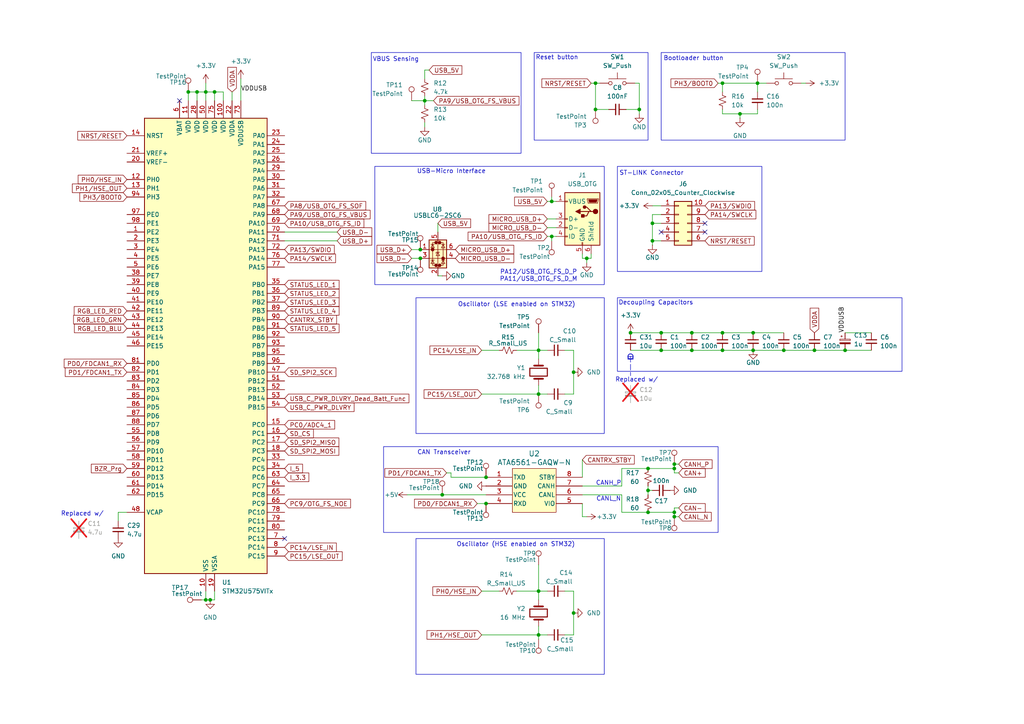
<source format=kicad_sch>
(kicad_sch (version 20250114) (generator "eeschema") (generator_version "9.0")
  (paper "A4")
  (rectangle (start 154.94 15.24) (end 187.96 40.64))
  (arc (start 182.88 102.616) (mid 183.4188 102.8392) (end 183.642 103.378))
  (rectangle (start 301.752 153.162) (end 368.554 210.566))
  (rectangle (start 120.65 86.36) (end 175.26 125.73))
  (rectangle (start 314.198 14.986) (end 346.202 34.798))
  (arc (start 182.118 103.378) (mid 182.3412 102.8392) (end 182.88 102.616))
  (rectangle (start 314.452 35.56) (end 346.964 94.996))
  (rectangle (start 111.252 129.54) (end 208.28 154.432))
  (rectangle (start 182.118 103.378) (end 183.642 104.14) (fill (type color)))
  (rectangle (start 108.712 48.26) (end 175.26 82.55))
  (rectangle (start 179.07 48.26) (end 220.98 78.74))
  (rectangle (start 179.07 86.36) (end 261.62 107.696))
  (rectangle (start 301.244 -11.938) (end 355.346 13.97))
  (rectangle (start 107.696 15.24) (end 151.13 44.45))
  (circle (center 182.88 103.378) (radius 0.7184) (fill (type color)))
  (rectangle (start 120.65 156.21) (end 175.26 195.58))
  (rectangle (start 191.77 15.24) (end 245.11 40.64))
  (text "USB-C Number" (at 313.944 159.004 0) (effects (font (size 2.032 2.032) (italic yes))))
  (text "CAN Transceiver" (at 128.778 131.318 0) (effects (font (size 1.27 1.27))))
  (text "VBUS Sensing" (at 114.808 17.272 0) (effects (font (size 1.27 1.27))))
  (text "Radio SPI" (at 324.485 42.545 0) (effects (font (size 1.27 1.27) (italic yes)) (justify right bottom)))
  (text "USB-Micro Interface" (at 120.904 49.784 0) (effects (font (size 1.27 1.27)) (justify left)))
  (text "Switch Part Number" (at 316.992 -5.842 0) (effects (font (size 2.032 2.032) (italic yes))))
  (text "USB-C Connector" (at 319.278 155.702 0) (effects (font (size 2.54 2.54) (thickness 0.508) (bold yes))))
  (text "Reset button" (at 161.544 16.764 0) (effects (font (size 1.27 1.27))))
  (text "CANL_N" (at 176.53 144.78 0) (effects (font (size 1.27 1.27))))
  (text "Bootloader button" (at 201.168 17.018 0) (effects (font (size 1.27 1.27))))
  (text "Replaced w/" (at 23.876 149.098 0) (effects (font (size 1.27 1.27))))
  (text "ST-LINK Connector" (at 188.976 50.292 0) (effects (font (size 1.27 1.27))))
  (text "Chip Selects" (at 327.025 64.135 0) (effects (font (size 1.27 1.27) (italic yes)) (justify right bottom)))
  (text "CANH_P" (at 176.53 140.208 0) (effects (font (size 1.27 1.27))))
  (text "Decoupling Capacitors" (at 190.246 87.884 0) (effects (font (size 1.27 1.27))))
  (text "Debugging Use Only" (at 314.325 21.59 0) (effects (font (size 2 2) (italic yes)) (justify left bottom)))
  (text "Physical control for entire board stack" (at 336.042 12.7 0) (effects (font (size 1.27 1.27) (italic yes))))
  (text "Much doubt surrounds this." (at 349.504 193.294 0) (effects (font (size 1.27 1.27) (italic yes))))
  (text "Kill Switch for Board" (at 321.818 -9.398 0) (effects (font (size 2.54 2.54) (thickness 0.508) (bold yes))))
  (text "Power Supply Pins" (at 314.325 18.415 0) (effects (font (size 2 2) (thickness 0.4) (bold yes)) (justify left bottom)))
  (text "PA12/USB_OTG_FS_D_P" (at 156.21 78.994 0) (effects (font (size 1.27 1.27))))
  (text "PA11/USB_OTG_FS_D_M" (at 156.21 81.026 0) (effects (font (size 1.27 1.27))))
  (text "Replaced w/" (at 184.658 110.236 0) (effects (font (size 1.27 1.27))))
  (text "Radio I2C" (at 324.485 54.61 0) (effects (font (size 1.27 1.27) (italic yes)) (justify right bottom)))
  (text "BOOT/PWR Selects" (at 332.994 71.628 0) (effects (font (size 1.27 1.27) (italic yes)) (justify right bottom)))
  (text "Oscillator (HSE enabled on STM32)" (at 149.606 157.988 0) (effects (font (size 1.27 1.27))))
  (text "Oscillator (LSE enabled on STM32)" (at 149.86 88.392 0) (effects (font (size 1.27 1.27))))
  (text "Implement?\n" (at 327.914 -13.462 0) (effects (font (size 1.27 1.27) (italic yes))))
  (text "Debug Pins" (at 314.96 39.37 0) (effects (font (size 2 2) (thickness 0.4) (bold yes)) (justify left bottom)))
  (text "ESD Protection\n" (at 361.188 209.804 0) (effects (font (size 1.27 1.27) (italic yes))))
  (junction (at 189.23 69.85))
  (junction (at 335.28 186.69))
  (junction (at 156.21 114.3))
  (junction (at 187.96 142.24))
  (junction (at 187.96 148.59))
  (junction (at 121.92 74.93))
  (junction (at 209.55 101.6))
  (junction (at 335.28 184.15))
  (junction (at 342.9 176.53))
  (junction (at 170.18 74.93))
  (junction (at 156.21 101.6))
  (junction (at 160.02 58.42))
  (junction (at 245.11 101.6))
  (junction (at 187.96 135.89))
  (junction (at 200.66 101.6))
  (junction (at 156.21 184.15))
  (junction (at 59.69 26.67))
  (junction (at 191.77 96.52))
  (junction (at 195.58 134.62))
  (junction (at 60.96 173.99))
  (junction (at 59.69 173.99))
  (junction (at 200.66 96.52))
  (junction (at 166.37 177.8))
  (junction (at 209.55 24.13))
  (junction (at 191.77 101.6))
  (junction (at 57.15 26.67))
  (junction (at 128.27 143.51))
  (junction (at 218.44 101.6))
  (junction (at 349.25 200.66))
  (junction (at 156.21 171.45))
  (junction (at 172.72 24.13))
  (junction (at 214.63 33.02))
  (junction (at 218.44 96.52))
  (junction (at 227.33 101.6))
  (junction (at 195.58 135.89))
  (junction (at 318.77 2.54))
  (junction (at 172.72 31.75))
  (junction (at 62.23 26.67))
  (junction (at 236.22 101.6))
  (junction (at 189.23 64.77))
  (junction (at 219.71 24.13))
  (junction (at 123.19 29.21))
  (junction (at 195.58 149.86))
  (junction (at 166.37 107.95))
  (junction (at 140.97 138.43))
  (junction (at 182.88 96.52))
  (junction (at 140.97 146.05))
  (junction (at 195.58 148.59))
  (junction (at 344.17 168.91))
  (junction (at 209.55 96.52))
  (junction (at 54.61 26.67))
  (junction (at 317.5 208.28))
  (junction (at 185.42 31.75))
  (junction (at 121.92 72.39))
  (junction (at 349.25 168.91))
  (junction (at 331.47 2.54))
  (junction (at 160.02 68.58))
  (no_connect (at 204.47 64.77))
  (no_connect (at 82.55 156.21))
  (no_connect (at 191.77 67.31))
  (no_connect (at 52.07 29.21))
  (no_connect (at 204.47 67.31))
  (wire (pts (xy 214.63 33.02) (xy 209.55 33.02)))
  (wire (pts (xy 161.29 63.5) (xy 158.75 63.5)))
  (wire (pts (xy 62.23 26.67) (xy 62.23 29.21)))
  (wire (pts (xy 172.72 24.13) (xy 172.72 31.75)))
  (wire (pts (xy 34.29 148.59) (xy 34.29 151.13)))
  (wire (pts (xy 350.52 200.66) (xy 349.25 200.66)))
  (wire (pts (xy 166.37 114.3) (xy 163.83 114.3)))
  (wire (pts (xy 59.69 173.99) (xy 60.96 173.99)))
  (wire (pts (xy 185.42 33.02) (xy 185.42 31.75)))
  (wire (pts (xy 332.74 181.61) (xy 335.28 181.61)))
  (wire (pts (xy 160.02 69.85) (xy 160.02 68.58)))
  (wire (pts (xy 170.18 149.86) (xy 168.91 149.86)))
  (wire (pts (xy 219.71 33.02) (xy 219.71 31.75)))
  (wire (pts (xy 335.28 58.42) (xy 339.09 58.42)))
  (wire (pts (xy 138.43 146.05) (xy 140.97 146.05)))
  (wire (pts (xy 166.37 184.15) (xy 163.83 184.15)))
  (wire (pts (xy 58.42 173.99) (xy 59.69 173.99)))
  (wire (pts (xy 334.01 173.99) (xy 332.74 173.99)))
  (wire (pts (xy 170.18 74.93) (xy 171.45 74.93)))
  (wire (pts (xy 168.91 143.51) (xy 180.34 143.51)))
  (wire (pts (xy 187.96 140.97) (xy 187.96 142.24)))
  (wire (pts (xy 123.19 35.56) (xy 123.19 36.83)))
  (wire (pts (xy 123.19 27.94) (xy 123.19 29.21)))
  (wire (pts (xy 330.2 85.09) (xy 339.09 85.09)))
  (wire (pts (xy 344.17 168.91) (xy 349.25 168.91)))
  (wire (pts (xy 309.88 208.28) (xy 317.5 208.28)))
  (wire (pts (xy 328.93 30.48) (xy 330.2 30.48)))
  (wire (pts (xy 57.15 26.67) (xy 57.15 29.21)))
  (wire (pts (xy 227.33 101.6) (xy 236.22 101.6)))
  (wire (pts (xy 337.82 73.66) (xy 337.82 74.93)))
  (wire (pts (xy 119.38 29.21) (xy 123.19 29.21)))
  (wire (pts (xy 160.02 68.58) (xy 158.75 68.58)))
  (wire (pts (xy 341.63 173.99) (xy 342.9 173.99)))
  (wire (pts (xy 139.7 114.3) (xy 156.21 114.3)))
  (wire (pts (xy 161.29 66.04) (xy 158.75 66.04)))
  (wire (pts (xy 185.42 31.75) (xy 185.42 24.13)))
  (wire (pts (xy 332.74 184.15) (xy 335.28 184.15)))
  (wire (pts (xy 336.55 2.54) (xy 331.47 2.54)))
  (wire (pts (xy 119.38 72.39) (xy 121.92 72.39)))
  (wire (pts (xy 187.96 148.59) (xy 195.58 148.59)))
  (wire (pts (xy 189.23 64.77) (xy 189.23 69.85)))
  (wire (pts (xy 335.28 184.15) (xy 344.17 184.15)))
  (wire (pts (xy 156.21 111.76) (xy 156.21 114.3)))
  (wire (pts (xy 149.86 171.45) (xy 156.21 171.45)))
  (wire (pts (xy 195.58 149.86) (xy 195.58 148.59)))
  (wire (pts (xy 219.71 24.13) (xy 219.71 26.67)))
  (wire (pts (xy 200.66 96.52) (xy 209.55 96.52)))
  (wire (pts (xy 191.77 62.23) (xy 189.23 62.23)))
  (wire (pts (xy 189.23 71.12) (xy 189.23 69.85)))
  (wire (pts (xy 123.19 29.21) (xy 125.73 29.21)))
  (wire (pts (xy 168.91 74.93) (xy 170.18 74.93)))
  (wire (pts (xy 156.21 173.99) (xy 156.21 171.45)))
  (wire (pts (xy 172.72 24.13) (xy 173.99 24.13)))
  (wire (pts (xy 209.55 96.52) (xy 218.44 96.52)))
  (wire (pts (xy 156.21 184.15) (xy 158.75 184.15)))
  (wire (pts (xy 62.23 173.99) (xy 62.23 171.45)))
  (wire (pts (xy 317.5 208.28) (xy 317.5 207.01)))
  (wire (pts (xy 156.21 171.45) (xy 158.75 171.45)))
  (wire (pts (xy 195.58 134.62) (xy 195.58 135.89)))
  (wire (pts (xy 64.77 26.67) (xy 64.77 29.21)))
  (wire (pts (xy 130.81 137.16) (xy 130.81 138.43)))
  (wire (pts (xy 54.61 26.67) (xy 54.61 29.21)))
  (wire (pts (xy 54.61 26.67) (xy 57.15 26.67)))
  (wire (pts (xy 69.85 22.86) (xy 69.85 29.21)))
  (polyline (pts (xy 182.118 104.14) (xy 182.88 104.14)))
  (wire (pts (xy 161.29 58.42) (xy 160.02 58.42)))
  (wire (pts (xy 335.28 67.31) (xy 339.09 67.31)))
  (wire (pts (xy 335.28 55.88) (xy 339.09 55.88)))
  (wire (pts (xy 208.28 24.13) (xy 209.55 24.13)))
  (wire (pts (xy 67.31 26.67) (xy 67.31 29.21)))
  (polyline (pts (xy 182.372 104.14) (xy 183.134 104.14)))
  (wire (pts (xy 335.28 189.23) (xy 332.74 189.23)))
  (polyline (pts (xy 183.134 104.14) (xy 183.642 104.14)))
  (wire (pts (xy 335.28 186.69) (xy 344.17 186.69)))
  (wire (pts (xy 209.55 24.13) (xy 209.55 26.67)))
  (wire (pts (xy 209.55 24.13) (xy 219.71 24.13)))
  (wire (pts (xy 214.63 33.02) (xy 214.63 34.29)))
  (polyline (pts (xy 182.88 103.378) (xy 182.88 108.966)) (stroke (width 0) (type dash)))
  (wire (pts (xy 332.74 186.69) (xy 335.28 186.69)))
  (wire (pts (xy 218.44 96.52) (xy 227.33 96.52)))
  (wire (pts (xy 318.77 2.54) (xy 320.04 2.54)))
  (wire (pts (xy 187.96 142.24) (xy 187.96 143.51)))
  (wire (pts (xy 245.11 96.52) (xy 252.73 96.52)))
  (wire (pts (xy 195.58 147.32) (xy 196.85 147.32)))
  (wire (pts (xy 123.19 29.21) (xy 123.19 30.48)))
  (wire (pts (xy 331.47 80.01) (xy 339.09 80.01)))
  (wire (pts (xy 218.44 101.6) (xy 227.33 101.6)))
  (wire (pts (xy 350.52 168.91) (xy 349.25 168.91)))
  (wire (pts (xy 337.82 90.17) (xy 339.09 90.17)))
  (wire (pts (xy 156.21 96.52) (xy 156.21 101.6)))
  (wire (pts (xy 166.37 171.45) (xy 166.37 177.8)))
  (wire (pts (xy 335.28 49.53) (xy 339.09 49.53)))
  (wire (pts (xy 180.34 148.59) (xy 187.96 148.59)))
  (wire (pts (xy 191.77 101.6) (xy 200.66 101.6)))
  (wire (pts (xy 189.23 62.23) (xy 189.23 64.77)))
  (wire (pts (xy 57.15 26.67) (xy 59.69 26.67)))
  (wire (pts (xy 36.83 148.59) (xy 34.29 148.59)))
  (wire (pts (xy 236.22 101.6) (xy 245.11 101.6)))
  (wire (pts (xy 309.88 207.01) (xy 309.88 208.28)))
  (wire (pts (xy 166.37 107.95) (xy 166.37 114.3)))
  (wire (pts (xy 149.86 101.6) (xy 156.21 101.6)))
  (wire (pts (xy 209.55 33.02) (xy 209.55 31.75)))
  (wire (pts (xy 354.33 184.15) (xy 355.6 184.15)))
  (wire (pts (xy 196.85 137.16) (xy 195.58 137.16)))
  (wire (pts (xy 62.23 26.67) (xy 64.77 26.67)))
  (wire (pts (xy 156.21 114.3) (xy 158.75 114.3)))
  (wire (pts (xy 139.7 101.6) (xy 144.78 101.6)))
  (wire (pts (xy 156.21 104.14) (xy 156.21 101.6)))
  (wire (pts (xy 359.41 168.91) (xy 358.14 168.91)))
  (wire (pts (xy 59.69 26.67) (xy 59.69 29.21)))
  (wire (pts (xy 171.45 24.13) (xy 172.72 24.13)))
  (wire (pts (xy 156.21 181.61) (xy 156.21 184.15)))
  (wire (pts (xy 182.88 96.52) (xy 191.77 96.52)))
  (wire (pts (xy 344.17 168.91) (xy 344.17 160.02)))
  (wire (pts (xy 128.27 143.51) (xy 140.97 143.51)))
  (wire (pts (xy 180.34 140.97) (xy 180.34 135.89)))
  (wire (pts (xy 332.74 168.91) (xy 344.17 168.91)))
  (wire (pts (xy 195.58 137.16) (xy 195.58 135.89)))
  (wire (pts (xy 191.77 96.52) (xy 200.66 96.52)))
  (wire (pts (xy 344.17 2.54) (xy 346.71 2.54)))
  (wire (pts (xy 181.61 31.75) (xy 185.42 31.75)))
  (wire (pts (xy 331.47 77.47) (xy 339.09 77.47)))
  (wire (pts (xy 328.93 5.08) (xy 331.47 5.08)))
  (wire (pts (xy 189.23 64.77) (xy 191.77 64.77)))
  (wire (pts (xy 156.21 101.6) (xy 158.75 101.6)))
  (wire (pts (xy 318.77 5.08) (xy 321.31 5.08)))
  (wire (pts (xy 214.63 33.02) (xy 219.71 33.02)))
  (wire (pts (xy 128.27 80.01) (xy 127 80.01)))
  (wire (pts (xy 306.07 2.54) (xy 318.77 2.54)))
  (wire (pts (xy 245.11 101.6) (xy 252.73 101.6)))
  (wire (pts (xy 168.91 133.35) (xy 168.91 138.43)))
  (wire (pts (xy 168.91 73.66) (xy 168.91 74.93)))
  (wire (pts (xy 97.79 69.85) (xy 82.55 69.85)))
  (wire (pts (xy 163.83 101.6) (xy 166.37 101.6)))
  (wire (pts (xy 97.79 67.31) (xy 82.55 67.31)))
  (wire (pts (xy 130.81 138.43) (xy 140.97 138.43)))
  (wire (pts (xy 342.9 177.8) (xy 342.9 176.53)))
  (wire (pts (xy 189.23 59.69) (xy 191.77 59.69)))
  (wire (pts (xy 341.63 176.53) (xy 342.9 176.53)))
  (wire (pts (xy 189.23 69.85) (xy 191.77 69.85)))
  (wire (pts (xy 349.25 200.66) (xy 349.25 191.77)))
  (wire (pts (xy 180.34 143.51) (xy 180.34 148.59)))
  (wire (pts (xy 337.82 92.71) (xy 339.09 92.71)))
  (wire (pts (xy 163.83 171.45) (xy 166.37 171.45)))
  (wire (pts (xy 127 64.77) (xy 127 67.31)))
  (wire (pts (xy 180.34 135.89) (xy 187.96 135.89)))
  (wire (pts (xy 354.33 186.69) (xy 355.6 186.69)))
  (wire (pts (xy 185.42 24.13) (xy 184.15 24.13)))
  (wire (pts (xy 187.96 142.24) (xy 189.23 142.24)))
  (wire (pts (xy 331.47 2.54) (xy 331.47 5.08)))
  (wire (pts (xy 209.55 101.6) (xy 218.44 101.6)))
  (wire (pts (xy 317.5 208.28) (xy 349.25 208.28)))
  (wire (pts (xy 342.9 173.99) (xy 342.9 176.53)))
  (wire (pts (xy 168.91 149.86) (xy 168.91 146.05)))
  (wire (pts (xy 156.21 163.83) (xy 156.21 171.45)))
  (wire (pts (xy 331.47 2.54) (xy 330.2 2.54)))
  (wire (pts (xy 349.25 208.28) (xy 349.25 200.66)))
  (wire (pts (xy 119.38 74.93) (xy 121.92 74.93)))
  (wire (pts (xy 332.74 87.63) (xy 339.09 87.63)))
  (wire (pts (xy 59.69 171.45) (xy 59.69 173.99)))
  (wire (pts (xy 156.21 185.42) (xy 156.21 184.15)))
  (wire (pts (xy 195.58 135.89) (xy 187.96 135.89)))
  (wire (pts (xy 336.55 73.66) (xy 337.82 73.66)))
  (wire (pts (xy 195.58 147.32) (xy 195.58 148.59)))
  (wire (pts (xy 335.28 44.45) (xy 339.09 44.45)))
  (wire (pts (xy 232.41 24.13) (xy 233.68 24.13)))
  (wire (pts (xy 166.37 177.8) (xy 166.37 184.15)))
  (wire (pts (xy 170.18 74.93) (xy 170.18 76.2)))
  (wire (pts (xy 139.7 184.15) (xy 156.21 184.15)))
  (wire (pts (xy 335.28 46.99) (xy 339.09 46.99)))
  (wire (pts (xy 328.93 33.02) (xy 330.2 33.02)))
  (wire (pts (xy 337.82 74.93) (xy 339.09 74.93)))
  (wire (pts (xy 349.25 179.07) (xy 349.25 168.91)))
  (wire (pts (xy 118.11 143.51) (xy 128.27 143.51)))
  (wire (pts (xy 161.29 68.58) (xy 160.02 68.58)))
  (wire (pts (xy 196.85 149.86) (xy 195.58 149.86)))
  (wire (pts (xy 129.54 137.16) (xy 130.81 137.16)))
  (wire (pts (xy 60.96 173.99) (xy 62.23 173.99)))
  (wire (pts (xy 328.93 27.94) (xy 330.2 27.94)))
  (wire (pts (xy 168.91 140.97) (xy 180.34 140.97)))
  (wire (pts (xy 335.28 186.69) (xy 335.28 189.23)))
  (wire (pts (xy 124.46 20.32) (xy 123.19 20.32)))
  (wire (pts (xy 331.47 82.55) (xy 339.09 82.55)))
  (wire (pts (xy 166.37 101.6) (xy 166.37 107.95)))
  (wire (pts (xy 171.45 74.93) (xy 171.45 73.66)))
  (wire (pts (xy 334.01 176.53) (xy 332.74 176.53)))
  (wire (pts (xy 335.28 181.61) (xy 335.28 184.15)))
  (wire (pts (xy 160.02 58.42) (xy 158.75 58.42)))
  (wire (pts (xy 200.66 101.6) (xy 209.55 101.6)))
  (wire (pts (xy 160.02 57.15) (xy 160.02 58.42)))
  (wire (pts (xy 59.69 24.13) (xy 59.69 26.67)))
  (wire (pts (xy 318.77 2.54) (xy 318.77 5.08)))
  (wire (pts (xy 182.88 101.6) (xy 191.77 101.6)))
  (wire (pts (xy 196.85 134.62) (xy 195.58 134.62)))
  (wire (pts (xy 328.93 25.4) (xy 330.2 25.4)))
  (wire (pts (xy 139.7 171.45) (xy 144.78 171.45)))
  (wire (pts (xy 59.69 26.67) (xy 62.23 26.67)))
  (wire (pts (xy 172.72 31.75) (xy 176.53 31.75)))
  (wire (pts (xy 123.19 20.32) (xy 123.19 22.86)))
  (wire (pts (xy 219.71 24.13) (xy 222.25 24.13)))
  (label "BOOT0" (at 331.47 77.47 0))
  (label "HSE_IN" (at 331.47 82.55 0))
  (label "HSE_OUT" (at 330.2 85.09 0))
  (label "VDDUSB" (at 69.85 26.67 0))
  (label "VDDUSB" (at 245.11 96.52 90))
  (global_label "USB_C_PWR_DLVRY_Dead_Batt_Func" (shape input) (at 82.55 115.57 0) (property "Intersheetrefs" "${INTERSHEET_REFS}" (effects (hide yes))))
  (global_label "MICRO_USB_D-" (shape input) (at 158.75 66.04 180) (property "Intersheetrefs" "${INTERSHEET_REFS}" (effects (hide yes))))
  (global_label "PA10{slash}USB_OTG_FS_ID" (shape input) (at 82.55 64.77 0) (property "Intersheetrefs" "${INTERSHEET_REFS}" (effects (hide yes))))
  (global_label "PH0{slash}HSE_IN" (shape input) (at 36.83 52.07 180) (property "Intersheetrefs" "${INTERSHEET_REFS}" (effects (hide yes))))
  (global_label "~{RESET}" (shape input) (at 336.55 73.66 180) (property "Intersheetrefs" "${INTERSHEET_REFS}" (effects (hide yes))))
  (global_label "PA8{slash}USB_OTG_FS_SOF" (shape input) (at 82.55 59.69 0) (property "Intersheetrefs" "${INTERSHEET_REFS}" (effects (hide yes))))
  (global_label "NRST{slash}RESET" (shape input) (at 36.83 39.37 180) (property "Intersheetrefs" "${INTERSHEET_REFS}" (effects (hide yes))))
  (global_label "STATUS_LED_4" (shape input) (at 82.55 90.17 0) (property "Intersheetrefs" "${INTERSHEET_REFS}" (effects (hide yes))))
  (global_label "PA14{slash}SWCLK" (shape input) (at 204.47 62.23 0) (property "Intersheetrefs" "${INTERSHEET_REFS}" (effects (hide yes))))
  (global_label "RGB_LED_BLU" (shape input) (at 36.83 95.25 180) (property "Intersheetrefs" "${INTERSHEET_REFS}" (effects (hide yes))))
  (global_label "PD0{slash}FDCAN1_RX" (shape input) (at 138.43 146.05 180) (property "Intersheetrefs" "${INTERSHEET_REFS}" (effects (hide yes))))
  (global_label "PH3{slash}BOOT0" (shape input) (at 208.28 24.13 180) (property "Intersheetrefs" "${INTERSHEET_REFS}" (effects (hide yes))))
  (global_label "NRST{slash}RESET" (shape input) (at 171.45 24.13 180) (property "Intersheetrefs" "${INTERSHEET_REFS}" (effects (hide yes))))
  (global_label "I_5" (shape input) (at 82.55 135.89 0) (property "Intersheetrefs" "${INTERSHEET_REFS}" (effects (hide yes))))
  (global_label "USB_D+" (shape input) (at 119.38 72.39 180) (property "Intersheetrefs" "${INTERSHEET_REFS}" (effects (hide yes))))
  (global_label "USB_5V" (shape input) (at 127 64.77 0) (property "Intersheetrefs" "${INTERSHEET_REFS}" (effects (hide yes))))
  (global_label "USB_C_D-" (shape input) (at 355.6 184.15 0) (property "Intersheetrefs" "${INTERSHEET_REFS}" (effects (hide yes))))
  (global_label "PH0{slash}HSE_IN" (shape input) (at 139.7 171.45 180) (property "Intersheetrefs" "${INTERSHEET_REFS}" (effects (hide yes))))
  (global_label "SD_SPI2_SCK" (shape input) (at 82.55 107.95 0) (property "Intersheetrefs" "${INTERSHEET_REFS}" (effects (hide yes))))
  (global_label "VDDA" (shape input) (at 67.31 26.67 90) (property "Intersheetrefs" "${INTERSHEET_REFS}" (effects (hide yes))))
  (global_label "MICRO_USB_D+" (shape input) (at 158.75 63.5 180) (property "Intersheetrefs" "${INTERSHEET_REFS}" (effects (hide yes))))
  (global_label "PD1{slash}FDCAN1_TX" (shape input) (at 129.54 137.16 180) (property "Intersheetrefs" "${INTERSHEET_REFS}" (effects (hide yes))))
  (global_label "PC15{slash}LSE_OUT" (shape input) (at 82.55 161.29 0) (property "Intersheetrefs" "${INTERSHEET_REFS}" (effects (hide yes))))
  (global_label "CAN-" (shape input) (at 196.85 147.32 0) (property "Intersheetrefs" "${INTERSHEET_REFS}" (effects (hide yes))))
  (global_label "STATUS_LED_1" (shape input) (at 82.55 82.55 0) (property "Intersheetrefs" "${INTERSHEET_REFS}" (effects (hide yes))))
  (global_label "PD1{slash}FDCAN1_TX" (shape input) (at 36.83 107.95 180) (property "Intersheetrefs" "${INTERSHEET_REFS}" (effects (hide yes))))
  (global_label "STATUS_LED_2" (shape input) (at 82.55 85.09 0) (property "Intersheetrefs" "${INTERSHEET_REFS}" (effects (hide yes))))
  (global_label "CANH_P" (shape input) (at 196.85 134.62 0) (property "Intersheetrefs" "${INTERSHEET_REFS}" (effects (hide yes))))
  (global_label "PC14{slash}LSE_IN" (shape input) (at 82.55 158.75 0) (property "Intersheetrefs" "${INTERSHEET_REFS}" (effects (hide yes))))
  (global_label "I_3.3" (shape input) (at 82.55 138.43 0) (property "Intersheetrefs" "${INTERSHEET_REFS}" (effects (hide yes))))
  (global_label "PC14{slash}LSE_IN" (shape input) (at 139.7 101.6 180) (property "Intersheetrefs" "${INTERSHEET_REFS}" (effects (hide yes))))
  (global_label "RGB_LED_RED" (shape input) (at 36.83 90.17 180) (property "Intersheetrefs" "${INTERSHEET_REFS}" (effects (hide yes))))
  (global_label "PD0{slash}FDCAN1_RX" (shape input) (at 36.83 105.41 180) (property "Intersheetrefs" "${INTERSHEET_REFS}" (effects (hide yes))))
  (global_label "PH1{slash}HSE_OUT" (shape input) (at 139.7 184.15 180) (property "Intersheetrefs" "${INTERSHEET_REFS}" (effects (hide yes))))
  (global_label "SD_SPI2_MISO" (shape input) (at 82.55 128.27 0) (property "Intersheetrefs" "${INTERSHEET_REFS}" (effects (hide yes))))
  (global_label "PA9{slash}USB_OTG_FS_VBUS" (shape input) (at 82.55 62.23 0) (property "Intersheetrefs" "${INTERSHEET_REFS}" (effects (hide yes))))
  (global_label "STATUS_LED_3" (shape input) (at 82.55 87.63 0) (property "Intersheetrefs" "${INTERSHEET_REFS}" (effects (hide yes))))
  (global_label "MICRO_USB_D-" (shape input) (at 132.08 74.93 0) (property "Intersheetrefs" "${INTERSHEET_REFS}" (effects (hide yes))))
  (global_label "USB_D-" (shape input) (at 97.79 67.31 0) (property "Intersheetrefs" "${INTERSHEET_REFS}" (effects (hide yes))))
  (global_label "VDDA" (shape input) (at 236.22 96.52 90) (property "Intersheetrefs" "${INTERSHEET_REFS}" (effects (hide yes))))
  (global_label "PC0{slash}ADC4_1" (shape input) (at 82.55 123.19 0) (property "Intersheetrefs" "${INTERSHEET_REFS}" (effects (hide yes))))
  (global_label "USB_5V" (shape input) (at 124.46 20.32 0) (property "Intersheetrefs" "${INTERSHEET_REFS}" (effects (hide yes))))
  (global_label "PA9{slash}USB_OTG_FS_VBUS" (shape input) (at 125.73 29.21 0) (property "Intersheetrefs" "${INTERSHEET_REFS}" (effects (hide yes))))
  (global_label "RGB_LED_GRN" (shape input) (at 36.83 92.71 180) (property "Intersheetrefs" "${INTERSHEET_REFS}" (effects (hide yes))))
  (global_label "CANL_N" (shape input) (at 196.85 149.86 0) (property "Intersheetrefs" "${INTERSHEET_REFS}" (effects (hide yes))))
  (global_label "STATUS_LED_5" (shape input) (at 82.55 95.25 0) (property "Intersheetrefs" "${INTERSHEET_REFS}" (effects (hide yes))))
  (global_label "CANTRX_STBY" (shape input) (at 82.55 92.71 0) (property "Intersheetrefs" "${INTERSHEET_REFS}" (effects (hide yes))))
  (global_label "SD_CS" (shape input) (at 82.55 125.73 0) (property "Intersheetrefs" "${INTERSHEET_REFS}" (effects (hide yes))))
  (global_label "USB_D+" (shape input) (at 97.79 69.85 0) (property "Intersheetrefs" "${INTERSHEET_REFS}" (effects (hide yes))))
  (global_label "USB_5V" (shape input) (at 158.75 58.42 180) (property "Intersheetrefs" "${INTERSHEET_REFS}" (effects (hide yes))))
  (global_label "PC15{slash}LSE_OUT" (shape input) (at 139.7 114.3 180) (property "Intersheetrefs" "${INTERSHEET_REFS}" (effects (hide yes))))
  (global_label "PC9{slash}OTG_FS_NOE" (shape input) (at 82.55 146.05 0) (property "Intersheetrefs" "${INTERSHEET_REFS}" (effects (hide yes))))
  (global_label "PA14{slash}SWCLK" (shape input) (at 82.55 74.93 0) (property "Intersheetrefs" "${INTERSHEET_REFS}" (effects (hide yes))))
  (global_label "USB_C_PWR_DLVRY" (shape input) (at 82.55 118.11 0) (property "Intersheetrefs" "${INTERSHEET_REFS}" (effects (hide yes))))
  (global_label "MICRO_USB_D+" (shape input) (at 132.08 72.39 0) (property "Intersheetrefs" "${INTERSHEET_REFS}" (effects (hide yes))))
  (global_label "USB_C_D+" (shape input) (at 355.6 186.69 0) (property "Intersheetrefs" "${INTERSHEET_REFS}" (effects (hide yes))))
  (global_label "PA13{slash}SWDIO" (shape input) (at 82.55 72.39 0) (property "Intersheetrefs" "${INTERSHEET_REFS}" (effects (hide yes))))
  (global_label "BZR_Prg" (shape input) (at 36.83 135.89 180) (property "Intersheetrefs" "${INTERSHEET_REFS}" (effects (hide yes))))
  (global_label "USB_D-" (shape input) (at 119.38 74.93 180) (property "Intersheetrefs" "${INTERSHEET_REFS}" (effects (hide yes))))
  (global_label "PA13{slash}SWDIO" (shape input) (at 204.47 59.69 0) (property "Intersheetrefs" "${INTERSHEET_REFS}" (effects (hide yes))))
  (global_label "USB_C_PWR_DLVRY" (shape input) (at 344.17 160.02 0) (property "Intersheetrefs" "${INTERSHEET_REFS}" (effects (hide yes))))
  (global_label "PH3{slash}BOOT0" (shape input) (at 36.83 57.15 180) (property "Intersheetrefs" "${INTERSHEET_REFS}" (effects (hide yes))))
  (global_label "PH1{slash}HSE_OUT" (shape input) (at 36.83 54.61 180) (property "Intersheetrefs" "${INTERSHEET_REFS}" (effects (hide yes))))
  (global_label "SD_SPI2_MOSI" (shape input) (at 82.55 130.81 0) (property "Intersheetrefs" "${INTERSHEET_REFS}" (effects (hide yes))))
  (global_label "CANTRX_STBY" (shape input) (at 168.91 133.35 0) (property "Intersheetrefs" "${INTERSHEET_REFS}" (effects (hide yes))))
  (global_label "PA10{slash}USB_OTG_FS_ID" (shape input) (at 158.75 68.58 180) (property "Intersheetrefs" "${INTERSHEET_REFS}" (effects (hide yes))))
  (global_label "NRST{slash}RESET" (shape input) (at 204.47 69.85 0) (property "Intersheetrefs" "${INTERSHEET_REFS}" (effects (hide yes))))
  (global_label "CAN+" (shape input) (at 196.85 137.16 0) (property "Intersheetrefs" "${INTERSHEET_REFS}" (effects (hide yes))))
  (hierarchical_label "TELEM_I2C_SCL" (shape output) (at 335.28 55.88 180))
  (hierarchical_label "RFM96W_CS" (shape input) (at 335.28 67.31 180))
  (hierarchical_label "TELEM_I2C_SDA" (shape bidirectional) (at 335.28 58.42 180))
  (hierarchical_label "TELEM_SPI_SCK" (shape input) (at 335.28 49.53 180))
  (hierarchical_label "TELEM_SPI_MOSI" (shape input) (at 335.28 46.99 180))
  (hierarchical_label "TELEM_SPI_MISO" (shape output) (at 335.28 44.45 180))
  (symbol (lib_id "Connector:TestPoint") (at 195.58 134.62 0) (unit 1)
    (property "Reference" "TP7" (at 194.818 131.318 0) (effects (justify right)))
    (property "Value" "TestPoint" (at 194.818 133.096 0) (effects (justify right)))
    (property "Footprint" "TestPoint:TestPoint_Pad_D1.0mm" (effects (hide yes)))
    (property "Description" "test point" (effects (hide yes)))
  )
  (symbol (lib_id "Device:R_Small_US") (at 209.55 29.21 0) (unit 1)
    (property "Reference" "R16" (at 212.09 27.9399 0) (effects (justify left)))
    (property "Value" "10k" (at 212.09 30.4799 0) (effects (justify left)))
    (property "Footprint" "Resistor_SMD:R_0603_1608Metric" (effects (hide yes)))
    (property "Description" "Resistor, small US symbol" (effects (hide yes)))
  )
  (symbol (lib_id "power:VBUS") (at 328.93 25.4 90) (unit 1) (on_board no) (dnp yes)
    (property "Reference" "#PWR0245" (effects (hide yes)))
    (property "Value" "VBUS" (at 323.85 25.4 90))
    (property "Description" "Power symbol creates a global label with name \"VBUS\"" (effects (hide yes)))
  )
  (symbol (lib_id "MCU_ST_STM32U5:STM32U575VITx") (at 59.69 100.33 0) (unit 1)
    (property "Reference" "U1" (at 64.3733 168.91 0) (effects (justify left)))
    (property "Value" "STM32U575VITx" (at 64.3733 171.45 0) (effects (justify left)))
    (property "Footprint" "Package_QFP:LQFP-100_14x14mm_P0.5mm" (effects (hide yes)))
    (property "Datasheet" "https://www.st.com/resource/en/datasheet/stm32u575vi.pdf" (effects (hide yes)))
    (property "Description" "STMicroelectronics Arm Cortex-M33 MCU, 2048KB flash, 786KB RAM, 160 MHz, 1.71-3.6V, 82 GPIO, LQFP100" (effects (hide yes)))
  )
  (symbol (lib_id "Connector:TestPoint") (at 172.72 31.75 0) (mirror x) (unit 1)
    (property "Reference" "TP3" (at 170.18 36.3221 0) (effects (justify right)))
    (property "Value" "TestPoint" (at 170.18 33.7821 0) (effects (justify right)))
    (property "Footprint" "TestPoint:TestPoint_Pad_D1.0mm" (effects (hide yes)))
    (property "Description" "test point" (effects (hide yes)))
  )
  (symbol (lib_id "power:+5V") (at 118.11 143.51 90) (unit 1)
    (property "Reference" "#PWR023" (effects (hide yes)))
    (property "Value" "+5V" (at 115.57 143.51 90) (effects (justify left)))
    (property "Description" "Power symbol creates a global label with name \"+5V\"" (effects (hide yes)))
  )
  (symbol (lib_id "Connector:TestPoint") (at 121.92 72.39 0) (unit 1)
    (property "Reference" "TP15" (at 121.412 69.596 0) (effects (justify right)))
    (property "Value" "TestPoint" (at 121.412 67.818 0) (effects (justify right)))
    (property "Footprint" "TestPoint:TestPoint_Pad_D1.0mm" (effects (hide yes)))
    (property "Description" "test point" (effects (hide yes)))
  )
  (symbol (lib_id "Device:C_Small") (at 182.88 99.06 0) (unit 1)
    (property "Reference" "C31" (at 185.42 97.7962 0) (effects (justify left)))
    (property "Value" "10u" (at 185.42 100.3362 0) (effects (justify left)))
    (property "Footprint" "Capacitor_SMD:C_0603_1608Metric" (effects (hide yes)))
    (property "Description" "Unpolarized capacitor, small symbol" (effects (hide yes)))
  )
  (symbol (lib_id "power:GND") (at 170.18 76.2 0) (unit 1)
    (property "Reference" "#PWR04" (effects (hide yes)))
    (property "Value" "GND" (at 170.18 79.756 0))
    (property "Description" "Power symbol creates a global label with name \"GND\" , ground" (effects (hide yes)))
  )
  (symbol (lib_id "Device:R_Small_US") (at 187.96 138.43 0) (mirror y) (unit 1)
    (property "Reference" "R17" (at 185.42 137.1599 0) (effects (justify left)))
    (property "Value" "60" (at 185.42 139.6999 0) (effects (justify left)))
    (property "Footprint" "Resistor_SMD:R_0603_1608Metric" (effects (hide yes)))
    (property "Description" "Resistor, small US symbol" (effects (hide yes)))
  )
  (symbol (lib_id "power:GND") (at 34.29 156.21 0) (unit 1)
    (property "Reference" "#PWR010" (effects (hide yes)))
    (property "Value" "GND" (at 34.29 161.29 0))
    (property "Description" "Power symbol creates a global label with name \"GND\" , ground" (effects (hide yes)))
  )
  (symbol (lib_id "power:GND") (at 214.63 34.29 0) (unit 1)
    (property "Reference" "#PWR017" (effects (hide yes)))
    (property "Value" "GND" (at 214.63 39.37 0))
    (property "Description" "Power symbol creates a global label with name \"GND\" , ground" (effects (hide yes)))
  )
  (symbol (lib_id "Device:R_Small_US") (at 123.19 33.02 0) (unit 1)
    (property "Reference" "R13" (at 125.73 31.7499 0) (effects (justify left)))
    (property "Value" "10k" (at 125.73 34.2899 0) (effects (justify left)))
    (property "Footprint" "Resistor_SMD:R_0603_1608Metric" (effects (hide yes)))
    (property "Description" "Resistor, small US symbol" (effects (hide yes)))
  )
  (symbol (lib_id "power:+3V3") (at 337.82 92.71 90) (unit 1) (on_board no) (dnp yes)
    (property "Reference" "#PWR0238" (effects (hide yes)))
    (property "Value" "+3V3" (at 332.74 92.964 90))
    (property "Description" "Power symbol creates a global label with name \"+3V3\"" (effects (hide yes)))
  )
  (symbol (lib_id "Connector:TestPoint") (at 119.38 29.21 0) (unit 1)
    (property "Reference" "TP11" (at 116.84 24.6379 0) (effects (justify right)))
    (property "Value" "TestPoint" (at 116.84 27.1779 0) (effects (justify right)))
    (property "Footprint" "TestPoint:TestPoint_Pad_D1.0mm" (effects (hide yes)))
    (property "Description" "test point" (effects (hide yes)))
  )
  (symbol (lib_id "Device:C_Small") (at 179.07 31.75 270) (unit 1)
    (property "Reference" "C8" (at 179.0636 25.4 90))
    (property "Value" "100nF" (at 179.07 27.94 90))
    (property "Footprint" "Capacitor_SMD:C_0603_1608Metric" (effects (hide yes)))
    (property "Description" "Unpolarized capacitor, small symbol" (effects (hide yes)))
  )
  (symbol (lib_id "Connector:TestPoint") (at 140.97 146.05 0) (mirror x) (unit 1)
    (property "Reference" "TP13" (at 140.208 150.3679 0) (effects (justify right)))
    (property "Value" "TestPoint" (at 140.208 148.59 0) (effects (justify right)))
    (property "Footprint" "TestPoint:TestPoint_Pad_D1.0mm" (effects (hide yes)))
    (property "Description" "test point" (effects (hide yes)))
  )
  (symbol (lib_id "Device:C") (at 354.33 168.91 90) (mirror x) (unit 1) (in_bom no) (on_board no) (dnp yes)
    (property "Reference" "C30" (at 356.362 172.466 90) (effects (justify left)))
    (property "Value" "100nF" (at 357.632 174.244 90) (effects (justify left)))
    (property "Footprint" "Capacitor_SMD:C_0603_1608Metric" (effects (hide yes)))
    (property "Description" "Unpolarized capacitor" (effects (hide yes)))
  )
  (symbol (lib_id "Connector:TestPoint") (at 140.97 138.43 0) (unit 1)
    (property "Reference" "TP12" (at 140.208 134.1121 0) (effects (justify right)))
    (property "Value" "TestPoint" (at 140.208 135.89 0) (effects (justify right)))
    (property "Footprint" "TestPoint:TestPoint_Pad_D1.0mm" (effects (hide yes)))
    (property "Description" "test point" (effects (hide yes)))
  )
  (symbol (lib_id "Device:C_Small") (at 227.33 99.06 0) (unit 1)
    (property "Reference" "C5" (at 229.87 97.7962 0) (effects (justify left)))
    (property "Value" "100n" (at 229.87 100.3362 0) (effects (justify left)))
    (property "Footprint" "Capacitor_SMD:C_0603_1608Metric" (effects (hide yes)))
    (property "Description" "Unpolarized capacitor, small symbol" (effects (hide yes)))
  )
  (symbol (lib_id "Connector:TestPoint") (at 58.42 173.99 90) (mirror x) (unit 1)
    (property "Reference" "TP17" (at 49.784 170.434 90) (effects (justify right)))
    (property "Value" "TestPoint" (at 49.784 172.212 90) (effects (justify right)))
    (property "Footprint" "TestPoint:TestPoint_Pad_D1.0mm" (effects (hide yes)))
    (property "Description" "test point" (effects (hide yes)))
  )
  (symbol (lib_id "Connector:TestPoint") (at 54.61 26.67 0) (unit 1)
    (property "Reference" "TP16" (at 54.102 23.876 0) (effects (justify right)))
    (property "Value" "TestPoint" (at 54.102 22.098 0) (effects (justify right)))
    (property "Footprint" "TestPoint:TestPoint_Pad_D1.0mm" (effects (hide yes)))
    (property "Description" "test point" (effects (hide yes)))
  )
  (symbol (lib_id "power:GND") (at 359.41 168.91 90) (unit 1) (in_bom no) (on_board no) (dnp yes)
    (property "Reference" "#PWR078" (effects (hide yes)))
    (property "Value" "GND" (at 363.982 168.91 90))
    (property "Description" "Power symbol creates a global label with name \"GND\" , ground" (effects (hide yes)))
  )
  (symbol (lib_id "Connector:TestPoint") (at 156.21 185.42 0) (mirror x) (unit 1)
    (property "Reference" "TP10" (at 155.448 188.722 0) (effects (justify right)))
    (property "Value" "TestPoint" (at 155.448 186.944 0) (effects (justify right)))
    (property "Footprint" "TestPoint:TestPoint_Pad_D1.0mm" (effects (hide yes)))
    (property "Description" "test point" (effects (hide yes)))
  )
  (symbol (lib_id "Switch:SW_DPST_x2") (at 325.12 2.54 0) (unit 1) (on_board no) (dnp yes)
    (property "Reference" "SW4" (at 325.12 -2.286 0))
    (property "Value" "Kill Swtch" (at 325.12 -0.254 0))
    (property "Footprint" "Connector_Phoenix_MC_HighVoltage:PhoenixContact_MCV_1,5_2-G-5.08_1x02_P5.08mm_Vertical" (effects (hide yes)))
    (property "Description" "Single Pole Single Throw (SPST) switch, separate symbol" (effects (hide yes)))
  )
  (symbol (lib_id "Device:R_Small_US") (at 123.19 25.4 0) (unit 1)
    (property "Reference" "R12" (at 125.73 24.1299 0) (effects (justify left)))
    (property "Value" "4.7k" (at 125.73 26.6699 0) (effects (justify left)))
    (property "Footprint" "Resistor_SMD:R_0603_1608Metric" (effects (hide yes)))
    (property "Description" "Resistor, small US symbol" (effects (hide yes)))
  )
  (symbol (lib_id "Device:C_Small") (at 34.29 153.67 0) (unit 1)
    (property "Reference" "C29" (at 36.83 152.4062 0) (effects (justify left)))
    (property "Value" "4.7u" (at 36.83 154.9462 0) (effects (justify left)))
    (property "Footprint" "Capacitor_SMD:C_0603_1608Metric" (effects (hide yes)))
    (property "Description" "Unpolarized capacitor, small symbol" (effects (hide yes)))
  )
  (symbol (lib_id "Connector:USB_OTG") (at 168.91 63.5 0) (mirror y) (unit 1)
    (property "Reference" "J1" (at 168.91 50.8 0))
    (property "Value" "USB_OTG" (at 168.91 53.34 0))
    (property "Footprint" "Connector_USB:USB_Micro-AB_Molex_47590-0001" (effects (hide yes)))
    (property "Description" "USB mini/micro connector" (effects (hide yes)))
  )
  (symbol (lib_id "power:+3V3") (at 328.93 30.48 90) (unit 1) (on_board no) (dnp yes)
    (property "Reference" "#PWR0244" (effects (hide yes)))
    (property "Value" "+3V3" (at 323.85 30.734 90))
    (property "Description" "Power symbol creates a global label with name \"+3V3\"" (effects (hide yes)))
  )
  (symbol (lib_id "power:+3.3V") (at 59.69 24.13 0) (unit 1)
    (property "Reference" "#PWR06" (effects (hide yes)))
    (property "Value" "+3.3V" (at 59.69 19.05 0))
    (property "Description" "Power symbol creates a global label with name \"+3.3V\"" (effects (hide yes)))
  )
  (symbol (lib_id "power:GND") (at 123.19 36.83 0) (unit 1)
    (property "Reference" "#PWR014" (effects (hide yes)))
    (property "Value" "GND" (at 123.19 40.64 0))
    (property "Description" "Power symbol creates a global label with name \"GND\" , ground" (effects (hide yes)))
  )
  (symbol (lib_id "Connector:TestPoint") (at 156.21 96.52 0) (unit 1)
    (property "Reference" "TP5" (at 153.67 91.9479 0) (effects (justify right)))
    (property "Value" "TestPoint" (at 153.67 94.4879 0) (effects (justify right)))
    (property "Footprint" "TestPoint:TestPoint_Pad_D1.0mm" (effects (hide yes)))
    (property "Description" "test point" (effects (hide yes)))
  )
  (symbol (lib_id "Device:C_Small") (at 209.55 99.06 0) (unit 1)
    (property "Reference" "C3" (at 212.09 97.7962 0) (effects (justify left)))
    (property "Value" "100n" (at 212.09 100.3362 0) (effects (justify left)))
    (property "Footprint" "Capacitor_SMD:C_0603_1608Metric" (effects (hide yes)))
    (property "Description" "Unpolarized capacitor, small symbol" (effects (hide yes)))
  )
  (symbol (lib_id "Device:R_US") (at 337.82 176.53 90) (mirror x) (unit 1) (in_bom no) (on_board no) (dnp yes)
    (property "Reference" "R28" (at 339.598 180.086 90) (effects (justify left)))
    (property "Value" "5.1kΩ" (at 340.868 178.562 90) (effects (justify left)))
    (property "Footprint" "Resistor_SMD:R_0603_1608Metric" (effects (hide yes)))
    (property "Description" "Resistor, US symbol" (effects (hide yes)))
  )
  (symbol (lib_id "2025-06-09_05-00-51:ATA6561-GAQW-N") (at 140.97 138.43 0) (unit 1)
    (property "Reference" "U2" (at 154.94 131.572 0) (effects (font (size 1.524 1.524))))
    (property "Value" "ATA6561-GAQW-N" (at 154.94 134.112 0) (effects (font (size 1.524 1.524))))
    (property "Footprint" "Harwin_Conn_SMT:SOIC8_4P9X3P9MC_MCH" (effects (hide yes)))
    (property "Datasheet" "ATA6561-GAQW-N" (effects (hide yes)))
  )
  (symbol (lib_id "Connector:TestPoint") (at 195.58 149.86 0) (mirror x) (unit 1)
    (property "Reference" "TP8" (at 194.818 153.162 0) (effects (justify right)))
    (property "Value" "TestPoint" (at 194.818 151.384 0) (effects (justify right)))
    (property "Footprint" "TestPoint:TestPoint_Pad_D1.0mm" (effects (hide yes)))
    (property "Description" "test point" (effects (hide yes)))
  )
  (symbol (lib_id "power:GND") (at 140.97 140.97 270) (unit 1)
    (property "Reference" "#PWR021" (effects (hide yes)))
    (property "Value" "GND" (at 137.16 140.9699 90) (effects (justify right)))
    (property "Description" "Power symbol creates a global label with name \"GND\" , ground" (effects (hide yes)))
  )
  (symbol (lib_id "Device:C_Small") (at 161.29 101.6 90) (unit 1)
    (property "Reference" "C10" (at 167.132 96.012 90) (effects (justify left)))
    (property "Value" "C_Small" (at 167.132 98.552 90) (effects (justify left)))
    (property "Footprint" "Capacitor_SMD:C_0603_1608Metric" (effects (hide yes)))
    (property "Description" "Unpolarized capacitor, small symbol" (effects (hide yes)))
  )
  (symbol (lib_id "Device:C_Small") (at 161.29 171.45 90) (unit 1)
    (property "Reference" "C14" (at 166.116 166.116 90) (effects (justify left)))
    (property "Value" "C_Small" (at 166.116 168.656 90) (effects (justify left)))
    (property "Footprint" "Capacitor_SMD:C_0603_1608Metric" (effects (hide yes)))
    (property "Description" "Unpolarized capacitor, small symbol" (effects (hide yes)))
  )
  (symbol (lib_id "Connector_Generic:Conn_02x05_Counter_Clockwise") (at 196.85 64.77 0) (unit 1)
    (property "Reference" "J6" (at 198.12 53.34 0))
    (property "Value" "Conn_02x05_Counter_Clockwise" (at 198.12 55.88 0))
    (property "Footprint" "Connector_PinSocket_2.54mm:PinSocket_2x05_P2.54mm_Vertical_SMD" (effects (hide yes)))
    (property "Description" "Generic connector, double row, 02x05, counter clockwise pin numbering scheme (similar to DIP package numbering), script generated (kicad-library-utils/schlib/autogen/connector/)" (effects (hide yes)))
  )
  (symbol (lib_id "Jumper:SolderJumper_2_Bridged") (at 340.36 2.54 0) (unit 1) (on_board no) (dnp yes)
    (property "Reference" "JP1" (at 340.36 -1.778 0))
    (property "Value" "SolderJumper_2_Bridged" (at 343.154 -0.254 0))
    (property "Footprint" "Jumper:SolderJumper-2_P1.3mm_Bridged2Bar_RoundedPad1.0x1.5mm" (effects (hide yes)))
    (property "Description" "Solder Jumper, 2-pole, closed/bridged" (effects (hide yes)))
  )
  (symbol (lib_id "Connector:TestPoint") (at 219.71 24.13 0) (unit 1)
    (property "Reference" "TP4" (at 217.17 19.5579 0) (effects (justify right)))
    (property "Value" "TestPoint" (at 217.17 22.0979 0) (effects (justify right)))
    (property "Footprint" "TestPoint:TestPoint_Pad_D1.0mm" (effects (hide yes)))
    (property "Description" "test point" (effects (hide yes)))
  )
  (symbol (lib_id "power:GND") (at 331.47 80.01 270) (unit 1) (on_board no) (dnp yes)
    (property "Reference" "#PWR0239" (effects (hide yes)))
    (property "Value" "GND" (at 326.898 80.01 90))
    (property "Description" "Power symbol creates a global label with name \"GND\" , ground" (effects (hide yes)))
  )
  (symbol (lib_id "Connector_Generic:Conn_01x01") (at 344.17 67.31 0) (unit 1) (in_bom no) (on_board no) (dnp yes)
    (property "Reference" "J73" (at 341.63 64.77 0) (effects (justify left)))
    (property "Value" "Conn_01x05" (effects (hide yes)))
    (property "Footprint" "Connector_PinHeader_2.54mm:PinHeader_1x01_P2.54mm_Vertical" (effects (hide yes)))
  )
  (symbol (lib_id "Connector:TestPoint") (at 156.21 163.83 0) (unit 1)
    (property "Reference" "TP9" (at 155.448 160.528 0) (effects (justify right)))
    (property "Value" "TestPoint" (at 155.448 162.306 0) (effects (justify right)))
    (property "Footprint" "TestPoint:TestPoint_Pad_D1.0mm" (effects (hide yes)))
    (property "Description" "test point" (effects (hide yes)))
  )
  (symbol (lib_id "Device:C_Small") (at 200.66 99.06 0) (unit 1)
    (property "Reference" "C2" (at 203.2 97.7962 0) (effects (justify left)))
    (property "Value" "100n" (at 203.2 100.3362 0) (effects (justify left)))
    (property "Footprint" "Capacitor_SMD:C_0603_1608Metric" (effects (hide yes)))
    (property "Description" "Unpolarized capacitor, small symbol" (effects (hide yes)))
  )
  (symbol (lib_id "Device:C_Small") (at 161.29 114.3 90) (mirror x) (unit 1)
    (property "Reference" "C9" (at 166.116 116.84 90) (effects (justify left)))
    (property "Value" "C_Small" (at 166.116 119.38 90) (effects (justify left)))
    (property "Footprint" "Capacitor_SMD:C_0603_1608Metric" (effects (hide yes)))
    (property "Description" "Unpolarized capacitor, small symbol" (effects (hide yes)))
  )
  (symbol (lib_id "power:+3.3V") (at 170.18 149.86 270) (unit 1)
    (property "Reference" "#PWR022" (effects (hide yes)))
    (property "Value" "+3.3V" (at 172.974 149.86 90) (effects (justify left)))
    (property "Description" "Power symbol creates a global label with name \"+3.3V\"" (effects (hide yes)))
  )
  (symbol (lib_id "power:GND") (at 189.23 71.12 0) (unit 1)
    (property "Reference" "#PWR020" (effects (hide yes)))
    (property "Value" "GND" (at 189.23 74.676 0))
    (property "Description" "Power symbol creates a global label with name \"GND\" , ground" (effects (hide yes)))
  )
  (symbol (lib_id "power:+3.3V") (at 189.23 59.69 90) (unit 1)
    (property "Reference" "#PWR019" (effects (hide yes)))
    (property "Value" "+3.3V" (at 185.42 59.6899 90) (effects (justify left)))
    (property "Description" "Power symbol creates a global label with name \"+3.3V\"" (effects (hide yes)))
  )
  (symbol (lib_id "Device:C_Small") (at 236.22 99.06 0) (unit 1)
    (property "Reference" "C7" (at 238.76 97.7962 0) (effects (justify left)))
    (property "Value" "100n" (at 238.76 100.3362 0) (effects (justify left)))
    (property "Footprint" "Capacitor_SMD:C_0603_1608Metric" (effects (hide yes)))
    (property "Description" "Unpolarized capacitor, small symbol" (effects (hide yes)))
  )
  (symbol (lib_id "Device:R_Small_US") (at 147.32 171.45 90) (unit 1)
    (property "Reference" "R14" (at 146.812 166.624 90))
    (property "Value" "R_Small_US" (at 146.812 169.164 90))
    (property "Footprint" "Resistor_SMD:R_0603_1608Metric" (effects (hide yes)))
    (property "Description" "Resistor, small US symbol" (effects (hide yes)))
  )
  (symbol (lib_id "Device:C_Small") (at 191.77 99.06 0) (unit 1)
    (property "Reference" "C1" (at 194.31 97.7962 0) (effects (justify left)))
    (property "Value" "100n" (at 194.31 100.3362 0) (effects (justify left)))
    (property "Footprint" "Capacitor_SMD:C_0603_1608Metric" (effects (hide yes)))
    (property "Description" "Unpolarized capacitor, small symbol" (effects (hide yes)))
  )
  (symbol (lib_id "Switch:SW_Push") (at 227.33 24.13 0) (unit 1)
    (property "Reference" "SW2" (at 227.33 16.51 0))
    (property "Value" "SW_Push" (at 227.33 19.05 0))
    (property "Footprint" "Button_Switch_SMD:SW_SPST_PTS647_Sx38" (effects (hide yes)))
    (property "Description" "Push button switch, generic, two pins" (effects (hide yes)))
  )
  (symbol (lib_id "Device:Crystal") (at 156.21 107.95 270) (mirror x) (unit 1)
    (property "Reference" "Y1" (at 152.4 106.6799 90) (effects (justify right)))
    (property "Value" "32.768 kHz" (at 152.4 109.2199 90) (effects (justify right)))
    (property "Footprint" "Crystal:Crystal_SMD_MicroCrystal_CC7V-T1A-2Pin_3.2x1.5mm" (effects (hide yes)))
    (property "Description" "Two pin crystal" (effects (hide yes)))
  )
  (symbol (lib_id "Power_Protection:USBLC6-2SC6") (at 127 72.39 0) (unit 1)
    (property "Reference" "U8" (at 125.476 60.706 0) (effects (justify left)))
    (property "Value" "USBLC6-2SC6" (at 119.888 62.484 0) (effects (justify left)))
    (property "Footprint" "Package_TO_SOT_SMD:SOT-23-6" (effects (hide yes)))
    (property "Datasheet" "https://www.st.com/resource/en/datasheet/usblc6-2.pdf" (effects (hide yes)))
    (property "Description" "Very low capacitance ESD protection diode, 2 data-line, SOT-23-6" (effects (hide yes)))
  )
  (symbol (lib_id "power:+3.3V") (at 233.68 24.13 270) (unit 1)
    (property "Reference" "#PWR018" (effects (hide yes)))
    (property "Value" "+3.3V" (at 237.49 24.1299 90) (effects (justify left)))
    (property "Description" "Power symbol creates a global label with name \"+3.3V\"" (effects (hide yes)))
  )
  (symbol (lib_id "Device:C_Small") (at 161.29 184.15 90) (mirror x) (unit 1)
    (property "Reference" "C15" (at 166.37 185.674 90) (effects (justify left)))
    (property "Value" "C_Small" (at 166.37 188.214 90) (effects (justify left)))
    (property "Footprint" "Capacitor_SMD:C_0603_1608Metric" (effects (hide yes)))
    (property "Description" "Unpolarized capacitor, small symbol" (effects (hide yes)))
  )
  (symbol (lib_id "Device:Crystal") (at 156.21 177.8 270) (mirror x) (unit 1)
    (property "Reference" "Y2" (at 152.4 176.5299 90) (effects (justify right)))
    (property "Value" "16 MHz" (at 152.4 179.0699 90) (effects (justify right)))
    (property "Footprint" "Crystal:Crystal_SMD_SeikoEpson_TSX3225-4Pin_3.2x2.5mm" (effects (hide yes)))
    (property "Description" "Two pin crystal" (effects (hide yes)))
  )
  (symbol (lib_id "Power_Protection:USBLC6-2SC6") (at 349.25 184.15 0) (unit 1) (in_bom no) (on_board no) (dnp yes)
    (property "Reference" "U7" (at 349.25 178.562 0) (effects (justify left)))
    (property "Value" "USBLC6-2SC6" (at 349.25 180.34 0) (effects (justify left)))
    (property "Footprint" "Package_TO_SOT_SMD:SOT-23-6" (effects (hide yes)))
    (property "Datasheet" "https://www.st.com/resource/en/datasheet/usblc6-2.pdf" (effects (hide yes)))
    (property "Description" "Very low capacitance ESD protection diode, 2 data-line, SOT-23-6" (effects (hide yes)))
  )
  (symbol (lib_id "Connector_Generic:Conn_01x08") (at 344.17 82.55 0) (unit 1) (on_board no) (dnp yes)
    (property "Reference" "J31" (at 342.392 72.39 0) (effects (justify left)))
    (property "Value" "Conn_01x08" (effects (hide yes)))
    (property "Description" "Generic connector, single row, 01x08, script generated (kicad-library-utils/schlib/autogen/connector/)" (effects (hide yes)))
  )
  (symbol (lib_id "Device:C_Small") (at 252.73 99.06 0) (unit 1)
    (property "Reference" "C6" (at 255.27 97.7962 0) (effects (justify left)))
    (property "Value" "100n" (at 255.27 100.3362 0) (effects (justify left)))
    (property "Footprint" "Capacitor_SMD:C_0603_1608Metric" (effects (hide yes)))
    (property "Description" "Unpolarized capacitor, small symbol" (effects (hide yes)))
  )
  (symbol (lib_id "Device:R_US") (at 337.82 173.99 90) (unit 1) (in_bom no) (on_board no) (dnp yes)
    (property "Reference" "R27" (at 339.852 170.434 90) (effects (justify left)))
    (property "Value" "5.1kΩ" (at 340.614 172.212 90) (effects (justify left)))
    (property "Footprint" "Resistor_SMD:R_0603_1608Metric" (effects (hide yes)))
    (property "Description" "Resistor, US symbol" (effects (hide yes)))
  )
  (symbol (lib_id "Jumper:SolderJumper_2_Bridged") (at 325.12 5.08 0) (mirror x) (unit 1) (on_board no) (dnp yes)
    (property "Reference" "JP3" (at 325.12 7.62 0))
    (property "Value" "SolderJumper_2_Bridged" (at 325.12 9.144 0))
    (property "Footprint" "Jumper:SolderJumper-2_P1.3mm_Bridged2Bar_RoundedPad1.0x1.5mm" (effects (hide yes)))
    (property "Description" "Solder Jumper, 2-pole, closed/bridged" (effects (hide yes)))
  )
  (symbol (lib_id "Device:C_Polarized_Small") (at 245.11 99.06 0) (unit 1)
    (property "Reference" "C13" (at 247.65 97.2438 0) (effects (justify left)))
    (property "Value" "1u" (at 247.65 99.7838 0) (effects (justify left)))
    (property "Footprint" "Capacitor_SMD:C_0603_1608Metric" (effects (hide yes)))
    (property "Description" "Polarized capacitor, small symbol" (effects (hide yes)))
  )
  (symbol (lib_id "power:GND") (at 342.9 177.8 0) (unit 1) (in_bom no) (on_board no) (dnp yes)
    (property "Reference" "#PWR0101" (effects (hide yes)))
    (property "Value" "GND" (at 342.9 181.356 0))
    (property "Description" "Power symbol creates a global label with name \"GND\" , ground" (effects (hide yes)))
  )
  (symbol (lib_id "Connector_Generic:Conn_01x04") (at 335.28 27.94 0) (unit 1) (in_bom no) (on_board no) (dnp yes)
    (property "Reference" "J75" (at 332.74 22.86 0) (effects (justify left)))
    (property "Value" "Conn_01x04" (effects (hide yes)))
    (property "Footprint" "Connector_PinHeader_2.54mm:PinHeader_1x04_P2.54mm_Vertical" (effects (hide yes)))
  )
  (symbol (lib_id "Device:C_Small") (at 218.44 99.06 0) (unit 1)
    (property "Reference" "C4" (at 220.98 97.7962 0) (effects (justify left)))
    (property "Value" "100n" (at 220.98 100.3362 0) (effects (justify left)))
    (property "Footprint" "Capacitor_SMD:C_0603_1608Metric" (effects (hide yes)))
    (property "Description" "Unpolarized capacitor, small symbol" (effects (hide yes)))
  )
  (symbol (lib_id "power:GND") (at 328.93 33.02 270) (unit 1) (in_bom no) (on_board no) (dnp yes)
    (property "Reference" "#PWR0243" (effects (hide yes)))
    (property "Value" "GND" (at 324.358 33.02 90))
  )
  (symbol (lib_id "power:+3.3V") (at 69.85 22.86 0) (unit 1)
    (property "Reference" "#PWR013" (effects (hide yes)))
    (property "Value" "+3.3V" (at 69.85 17.78 0))
    (property "Description" "Power symbol creates a global label with name \"+3.3V\"" (effects (hide yes)))
  )
  (symbol (lib_id "Device:C_Small") (at 191.77 142.24 90) (unit 1)
    (property "Reference" "C17" (at 191.77 145.288 90))
    (property "Value" "100n" (at 191.77 139.446 90))
    (property "Footprint" "Capacitor_SMD:C_0603_1608Metric" (effects (hide yes)))
    (property "Description" "Unpolarized capacitor, small symbol" (effects (hide yes)))
  )
  (symbol (lib_id "Connector_Generic:Conn_01x02") (at 344.17 55.88 0) (unit 1) (in_bom no) (on_board no) (dnp yes)
    (property "Reference" "J72" (at 341.63 53.34 0) (effects (justify left)))
    (property "Value" "Conn_01x02" (effects (hide yes)))
    (property "Footprint" "Connector_PinHeader_2.54mm:PinHeader_1x02_P2.54mm_Vertical" (effects (hide yes)))
  )
  (symbol (lib_id "Connector:TestPoint") (at 121.92 74.93 0) (mirror x) (unit 1)
    (property "Reference" "TP14" (at 121.412 77.724 0) (effects (justify right)))
    (property "Value" "TestPoint" (at 121.412 79.502 0) (effects (justify right)))
    (property "Footprint" "TestPoint:TestPoint_Pad_D1.0mm" (effects (hide yes)))
    (property "Description" "test point" (effects (hide yes)))
  )
  (symbol (lib_id "Device:C_Polarized_Small") (at 22.86 153.67 0) (unit 1) (on_board no) (dnp yes)
    (property "Reference" "C11" (at 25.4 151.8538 0) (effects (justify left)))
    (property "Value" "4.7u" (at 25.4 154.3938 0) (effects (justify left)))
    (property "Footprint" "Capacitor_SMD:CP_Elec_5x5.9" (effects (hide yes)))
    (property "Description" "Polarized capacitor, small symbol" (effects (hide yes)))
  )
  (symbol (lib_id "power:+3.3V") (at 182.88 96.52 0) (unit 1)
    (property "Reference" "#PWR011" (effects (hide yes)))
    (property "Value" "+3.3V" (at 182.88 91.44 0))
    (property "Description" "Power symbol creates a global label with name \"+3.3V\"" (effects (hide yes)))
  )
  (symbol (lib_id "power:GND") (at 166.37 177.8 90) (unit 1)
    (property "Reference" "#PWR015" (effects (hide yes)))
    (property "Value" "GND" (at 170.18 177.7999 90) (effects (justify right)))
    (property "Description" "Power symbol creates a global label with name \"GND\" , ground" (effects (hide yes)))
  )
  (symbol (lib_id "Switch:SW_Push") (at 179.07 24.13 0) (unit 1)
    (property "Reference" "SW1" (at 179.07 16.51 0))
    (property "Value" "SW_Push" (at 179.07 19.05 0))
    (property "Footprint" "Button_Switch_SMD:SW_SPST_PTS647_Sx38" (effects (hide yes)))
    (property "Description" "Push button switch, generic, two pins" (effects (hide yes)))
  )
  (symbol (lib_id "Device:C_Small") (at 219.71 29.21 0) (unit 1)
    (property "Reference" "C16" (at 222.25 27.9462 0) (effects (justify left)))
    (property "Value" "100n" (at 222.25 30.4862 0) (effects (justify left)))
    (property "Footprint" "Capacitor_SMD:C_0603_1608Metric" (effects (hide yes)))
    (property "Description" "Unpolarized capacitor, small symbol" (effects (hide yes)))
  )
  (symbol (lib_id "Connector:TestPoint") (at 128.27 143.51 0) (mirror y) (unit 1)
    (property "Reference" "TP18" (at 127.508 139.7 0) (effects (justify left)))
    (property "Value" "TestPoint" (at 127.508 141.478 0) (effects (justify left)))
    (property "Footprint" "TestPoint:TestPoint_Pad_D1.0mm" (effects (hide yes)))
    (property "Description" "test point" (effects (hide yes)))
  )
  (symbol (lib_id "Connector:TestPoint") (at 160.02 57.15 0) (unit 1)
    (property "Reference" "TP1" (at 157.48 52.5779 0) (effects (justify right)))
    (property "Value" "TestPoint" (at 157.48 55.1179 0) (effects (justify right)))
    (property "Footprint" "TestPoint:TestPoint_Pad_D1.0mm" (effects (hide yes)))
    (property "Description" "test point" (effects (hide yes)))
  )
  (symbol (lib_id "power:GND") (at 218.44 101.6 0) (unit 1)
    (property "Reference" "#PWR012" (effects (hide yes)))
    (property "Value" "GND" (at 218.44 105.156 0))
    (property "Description" "Power symbol creates a global label with name \"GND\" , ground" (effects (hide yes)))
  )
  (symbol (lib_id "power:GND") (at 332.74 87.63 270) (unit 1) (on_board no) (dnp yes)
    (property "Reference" "#PWR0237" (effects (hide yes)))
    (property "Value" "GND" (at 328.168 87.63 90))
    (property "Description" "Power symbol creates a global label with name \"GND\" , ground" (effects (hide yes)))
  )
  (symbol (lib_id "power:+3V3") (at 346.71 2.54 270) (unit 1) (on_board no) (dnp yes)
    (property "Reference" "#PWR073" (effects (hide yes)))
    (property "Value" "+3V3" (at 352.044 2.54 90))
    (property "Description" "Power symbol creates a global label with name \"+3V3\"" (effects (hide yes)))
  )
  (symbol (lib_id "Device:R_Small_US") (at 147.32 101.6 90) (unit 1)
    (property "Reference" "R15" (at 147.32 97.79 90))
    (property "Value" "R_Small_US" (at 147.32 99.568 90))
    (property "Footprint" "Resistor_SMD:R_0603_1608Metric" (effects (hide yes)))
    (property "Description" "Resistor, small US symbol" (effects (hide yes)))
  )
  (symbol (lib_id "power:GND") (at 60.96 173.99 0) (unit 1)
    (property "Reference" "#PWR07" (effects (hide yes)))
    (property "Value" "GND" (at 60.96 179.07 0))
    (property "Description" "Power symbol creates a global label with name \"GND\" , ground" (effects (hide yes)))
  )
  (symbol (lib_id "Connector:TestPoint") (at 156.21 114.3 0) (mirror x) (unit 1)
    (property "Reference" "TP6" (at 153.67 118.8721 0) (effects (justify right)))
    (property "Value" "TestPoint" (at 153.67 116.3321 0) (effects (justify right)))
    (property "Footprint" "TestPoint:TestPoint_Pad_D1.0mm" (effects (hide yes)))
    (property "Description" "test point" (effects (hide yes)))
  )
  (symbol (lib_id "power:GND") (at 185.42 33.02 0) (unit 1)
    (property "Reference" "#PWR016" (effects (hide yes)))
    (property "Value" "GND" (at 185.42 36.83 0))
    (property "Description" "Power symbol creates a global label with name \"GND\" , ground" (effects (hide yes)))
  )
  (symbol (lib_id "Device:R_Small_US") (at 187.96 146.05 0) (mirror y) (unit 1)
    (property "Reference" "R18" (at 185.42 144.7799 0) (effects (justify left)))
    (property "Value" "60" (at 185.42 147.3199 0) (effects (justify left)))
    (property "Footprint" "Resistor_SMD:R_0603_1608Metric" (effects (hide yes)))
    (property "Description" "Resistor, small US symbol" (effects (hide yes)))
  )
  (symbol (lib_id "power:GND") (at 350.52 200.66 90) (unit 1) (in_bom no) (on_board no) (dnp yes)
    (property "Reference" "#PWR081" (effects (hide yes)))
    (property "Value" "GND" (at 355.092 200.66 90))
    (property "Description" "Power symbol creates a global label with name \"GND\" , ground" (effects (hide yes)))
  )
  (symbol (lib_id "Connector:TestPoint") (at 160.02 69.85 0) (mirror x) (unit 1)
    (property "Reference" "TP2" (at 159.512 71.882 0) (effects (justify right)))
    (property "Value" "TestPoint" (at 159.512 74.422 0) (effects (justify right)))
    (property "Footprint" "TestPoint:TestPoint_Pad_D1.0mm" (effects (hide yes)))
    (property "Description" "test point" (effects (hide yes)))
  )
  (symbol (lib_id "Device:C_Polarized_Small") (at 182.88 114.3 0) (unit 1) (on_board no) (dnp yes)
    (property "Reference" "C12" (at 185.42 113.03 0) (effects (justify left)))
    (property "Value" "10u" (at 185.42 115.57 0) (effects (justify left)))
    (property "Footprint" "Capacitor_SMD:CP_Elec_5x5.9" (effects (hide yes)))
    (property "Description" "Polarized capacitor, small symbol" (effects (hide yes)))
  )
  (symbol (lib_id "power:GND") (at 328.93 27.94 270) (unit 1) (on_board no) (dnp yes)
    (property "Reference" "#PWR0246" (effects (hide yes)))
    (property "Value" "GND" (at 324.358 27.94 90))
    (property "Description" "Power symbol creates a global label with name \"GND\" , ground" (effects (hide yes)))
  )
  (symbol (lib_id "power:GND") (at 128.27 80.01 90) (unit 1)
    (property "Reference" "#PWR085" (effects (hide yes)))
    (property "Value" "GND" (at 132.842 80.01 90))
    (property "Description" "Power symbol creates a global label with name \"GND\" , ground" (effects (hide yes)))
  )
  (symbol (lib_id "power:GND") (at 194.31 142.24 90) (unit 1)
    (property "Reference" "#PWR024" (effects (hide yes)))
    (property "Value" "GND" (at 198.12 142.2399 90) (effects (justify right)))
    (property "Description" "Power symbol creates a global label with name \"GND\" , ground" (effects (hide yes)))
  )
  (symbol (lib_id "power:GND") (at 166.37 107.95 90) (unit 1)
    (property "Reference" "#PWR09" (effects (hide yes)))
    (property "Value" "GND" (at 170.18 107.9499 90) (effects (justify right)))
    (property "Description" "Power symbol creates a global label with name \"GND\" , ground" (effects (hide yes)))
  )
  (symbol (lib_id "Connector:USB_C_Receptacle_USB2.0_14P") (at 317.5 184.15 0) (unit 1) (in_bom no) (on_board no) (dnp yes)
    (property "Reference" "J13" (at 317.5 162.052 0))
    (property "Value" "USB_C_Receptacle_USB2.0_14P" (at 317.5 164.084 0))
    (property "Footprint" "Connector_USB:USB_C_Receptacle_HRO_TYPE-C-31-M-12" (effects (hide yes)))
    (property "Datasheet" "https://www.usb.org/sites/default/files/documents/usb_type-c.zip" (effects (hide yes)))
    (property "Description" "USB 2.0-only 14P Type-C Receptacle connector" (effects (hide yes)))
  )
  (symbol (lib_id "power:VBUS") (at 337.82 90.17 90) (unit 1) (on_board no) (dnp yes)
    (property "Reference" "#PWR0240" (effects (hide yes)))
    (property "Value" "VBUS" (at 332.74 90.17 90))
    (property "Description" "Power symbol creates a global label with name \"VBUS\"" (effects (hide yes)))
  )
)
</source>
